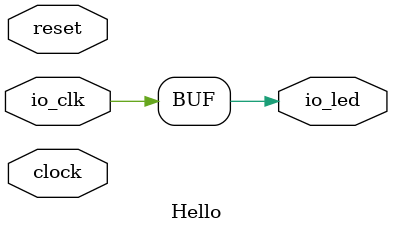
<source format=v>
module Hello(
  input   clock,
  input   reset,
  output  io_led,
  input   io_clk
);
  assign io_led = io_clk; // @[Hello.scala 7:10]
endmodule

</source>
